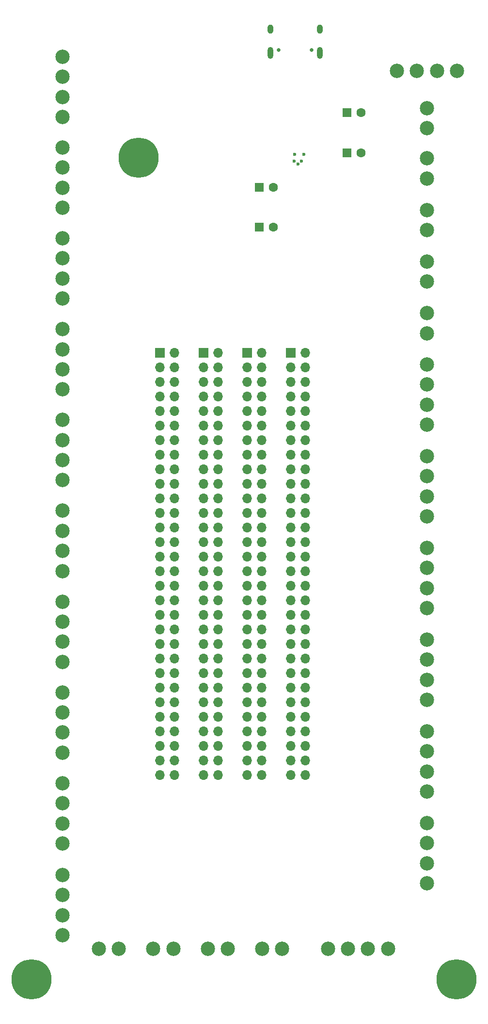
<source format=gbs>
%TF.GenerationSoftware,KiCad,Pcbnew,7.0.2*%
%TF.CreationDate,2023-05-23T23:28:36+01:00*%
%TF.ProjectId,kat_control_board,6b61745f-636f-46e7-9472-6f6c5f626f61,rev?*%
%TF.SameCoordinates,Original*%
%TF.FileFunction,Soldermask,Bot*%
%TF.FilePolarity,Negative*%
%FSLAX46Y46*%
G04 Gerber Fmt 4.6, Leading zero omitted, Abs format (unit mm)*
G04 Created by KiCad (PCBNEW 7.0.2) date 2023-05-23 23:28:36*
%MOMM*%
%LPD*%
G01*
G04 APERTURE LIST*
%ADD10C,2.500000*%
%ADD11R,1.700000X1.700000*%
%ADD12O,1.700000X1.700000*%
%ADD13C,0.800000*%
%ADD14C,7.000000*%
%ADD15C,0.650000*%
%ADD16O,1.000000X2.100000*%
%ADD17O,1.000000X1.600000*%
%ADD18R,1.600000X1.600000*%
%ADD19C,1.600000*%
%ADD20C,0.600000*%
G04 APERTURE END LIST*
D10*
X38900000Y-151250000D03*
X38900000Y-154750000D03*
X38900000Y-158250000D03*
X38900000Y-161750000D03*
X102600000Y-152700000D03*
X102600000Y-149200000D03*
X102600000Y-145700000D03*
X102600000Y-142200000D03*
D11*
X63500000Y-76200000D03*
D12*
X66040000Y-76200000D03*
X63500000Y-78740000D03*
X66040000Y-78740000D03*
X63500000Y-81280000D03*
X66040000Y-81280000D03*
X63500000Y-83820000D03*
X66040000Y-83820000D03*
X63500000Y-86360000D03*
X66040000Y-86360000D03*
X63500000Y-88900000D03*
X66040000Y-88900000D03*
X63500000Y-91440000D03*
X66040000Y-91440000D03*
X63500000Y-93980000D03*
X66040000Y-93980000D03*
X63500000Y-96520000D03*
X66040000Y-96520000D03*
X63500000Y-99060000D03*
X66040000Y-99060000D03*
X63500000Y-101600000D03*
X66040000Y-101600000D03*
X63500000Y-104140000D03*
X66040000Y-104140000D03*
X63500000Y-106680000D03*
X66040000Y-106680000D03*
X63500000Y-109220000D03*
X66040000Y-109220000D03*
X63500000Y-111760000D03*
X66040000Y-111760000D03*
X63500000Y-114300000D03*
X66040000Y-114300000D03*
X63500000Y-116840000D03*
X66040000Y-116840000D03*
X63500000Y-119380000D03*
X66040000Y-119380000D03*
X63500000Y-121920000D03*
X66040000Y-121920000D03*
X63500000Y-124460000D03*
X66040000Y-124460000D03*
X63500000Y-127000000D03*
X66040000Y-127000000D03*
X63500000Y-129540000D03*
X66040000Y-129540000D03*
X63500000Y-132080000D03*
X66040000Y-132080000D03*
X63500000Y-134620000D03*
X66040000Y-134620000D03*
X63500000Y-137160000D03*
X66040000Y-137160000D03*
X63500000Y-139700000D03*
X66040000Y-139700000D03*
X63500000Y-142240000D03*
X66040000Y-142240000D03*
X63500000Y-144780000D03*
X66040000Y-144780000D03*
X63500000Y-147320000D03*
X66040000Y-147320000D03*
X63500000Y-149860000D03*
X66040000Y-149860000D03*
D13*
X49518845Y-42143845D03*
X50287690Y-40287690D03*
X50287690Y-44000000D03*
X52143845Y-39518845D03*
D14*
X52143845Y-42143845D03*
D13*
X52143845Y-44768845D03*
X54000000Y-40287690D03*
X54000000Y-44000000D03*
X54768845Y-42143845D03*
D10*
X38900000Y-24500000D03*
X38900000Y-28000000D03*
X38900000Y-31500000D03*
X38900000Y-35000000D03*
D13*
X30875000Y-185500000D03*
X31643845Y-183643845D03*
X31643845Y-187356155D03*
X33500000Y-182875000D03*
D14*
X33500000Y-185500000D03*
D13*
X33500000Y-188125000D03*
X35356155Y-183643845D03*
X35356155Y-187356155D03*
X36125000Y-185500000D03*
D10*
X38900000Y-56187500D03*
X38900000Y-59687500D03*
X38900000Y-63187500D03*
X38900000Y-66687500D03*
X38900000Y-103718750D03*
X38900000Y-107218750D03*
X38900000Y-110718750D03*
X38900000Y-114218750D03*
X38900000Y-87875000D03*
X38900000Y-91375000D03*
X38900000Y-94875000D03*
X38900000Y-98375000D03*
X38900000Y-135406250D03*
X38900000Y-138906250D03*
X38900000Y-142406250D03*
X38900000Y-145906250D03*
X102600000Y-45750000D03*
X102600000Y-42250000D03*
X54750000Y-180100000D03*
X58250000Y-180100000D03*
D15*
X82390000Y-23305000D03*
X76610000Y-23305000D03*
D16*
X83820000Y-23835000D03*
D17*
X83820000Y-19655000D03*
D16*
X75180000Y-23835000D03*
D17*
X75180000Y-19655000D03*
D11*
X71120000Y-76200000D03*
D12*
X73660000Y-76200000D03*
X71120000Y-78740000D03*
X73660000Y-78740000D03*
X71120000Y-81280000D03*
X73660000Y-81280000D03*
X71120000Y-83820000D03*
X73660000Y-83820000D03*
X71120000Y-86360000D03*
X73660000Y-86360000D03*
X71120000Y-88900000D03*
X73660000Y-88900000D03*
X71120000Y-91440000D03*
X73660000Y-91440000D03*
X71120000Y-93980000D03*
X73660000Y-93980000D03*
X71120000Y-96520000D03*
X73660000Y-96520000D03*
X71120000Y-99060000D03*
X73660000Y-99060000D03*
X71120000Y-101600000D03*
X73660000Y-101600000D03*
X71120000Y-104140000D03*
X73660000Y-104140000D03*
X71120000Y-106680000D03*
X73660000Y-106680000D03*
X71120000Y-109220000D03*
X73660000Y-109220000D03*
X71120000Y-111760000D03*
X73660000Y-111760000D03*
X71120000Y-114300000D03*
X73660000Y-114300000D03*
X71120000Y-116840000D03*
X73660000Y-116840000D03*
X71120000Y-119380000D03*
X73660000Y-119380000D03*
X71120000Y-121920000D03*
X73660000Y-121920000D03*
X71120000Y-124460000D03*
X73660000Y-124460000D03*
X71120000Y-127000000D03*
X73660000Y-127000000D03*
X71120000Y-129540000D03*
X73660000Y-129540000D03*
X71120000Y-132080000D03*
X73660000Y-132080000D03*
X71120000Y-134620000D03*
X73660000Y-134620000D03*
X71120000Y-137160000D03*
X73660000Y-137160000D03*
X71120000Y-139700000D03*
X73660000Y-139700000D03*
X71120000Y-142240000D03*
X73660000Y-142240000D03*
X71120000Y-144780000D03*
X73660000Y-144780000D03*
X71120000Y-147320000D03*
X73660000Y-147320000D03*
X71120000Y-149860000D03*
X73660000Y-149860000D03*
D18*
X73250000Y-54250000D03*
D19*
X75750000Y-54250000D03*
D10*
X102600000Y-72750000D03*
X102600000Y-69250000D03*
X102600000Y-120700000D03*
X102600000Y-117200000D03*
X102600000Y-113700000D03*
X102600000Y-110200000D03*
D20*
X81052500Y-41505000D03*
X79407500Y-41515000D03*
X79357500Y-42715000D03*
X80042500Y-43200000D03*
X80667500Y-42705000D03*
D10*
X102600000Y-63750000D03*
X102600000Y-60250000D03*
X102600000Y-104700000D03*
X102600000Y-101200000D03*
X102600000Y-97700000D03*
X102600000Y-94200000D03*
D18*
X88567621Y-34250000D03*
D19*
X91067621Y-34250000D03*
D10*
X102600000Y-37000000D03*
X102600000Y-33500000D03*
D13*
X105125000Y-185500000D03*
X105893845Y-183643845D03*
X105893845Y-187356155D03*
X107750000Y-182875000D03*
D14*
X107750000Y-185500000D03*
D13*
X107750000Y-188125000D03*
X109606155Y-183643845D03*
X109606155Y-187356155D03*
X110375000Y-185500000D03*
D10*
X102600000Y-168700000D03*
X102600000Y-165200000D03*
X102600000Y-161700000D03*
X102600000Y-158200000D03*
X102600000Y-88700000D03*
X102600000Y-85200000D03*
X102600000Y-81700000D03*
X102600000Y-78200000D03*
X38900000Y-119562500D03*
X38900000Y-123062500D03*
X38900000Y-126562500D03*
X38900000Y-130062500D03*
D11*
X55880000Y-76200000D03*
D12*
X58420000Y-76200000D03*
X55880000Y-78740000D03*
X58420000Y-78740000D03*
X55880000Y-81280000D03*
X58420000Y-81280000D03*
X55880000Y-83820000D03*
X58420000Y-83820000D03*
X55880000Y-86360000D03*
X58420000Y-86360000D03*
X55880000Y-88900000D03*
X58420000Y-88900000D03*
X55880000Y-91440000D03*
X58420000Y-91440000D03*
X55880000Y-93980000D03*
X58420000Y-93980000D03*
X55880000Y-96520000D03*
X58420000Y-96520000D03*
X55880000Y-99060000D03*
X58420000Y-99060000D03*
X55880000Y-101600000D03*
X58420000Y-101600000D03*
X55880000Y-104140000D03*
X58420000Y-104140000D03*
X55880000Y-106680000D03*
X58420000Y-106680000D03*
X55880000Y-109220000D03*
X58420000Y-109220000D03*
X55880000Y-111760000D03*
X58420000Y-111760000D03*
X55880000Y-114300000D03*
X58420000Y-114300000D03*
X55880000Y-116840000D03*
X58420000Y-116840000D03*
X55880000Y-119380000D03*
X58420000Y-119380000D03*
X55880000Y-121920000D03*
X58420000Y-121920000D03*
X55880000Y-124460000D03*
X58420000Y-124460000D03*
X55880000Y-127000000D03*
X58420000Y-127000000D03*
X55880000Y-129540000D03*
X58420000Y-129540000D03*
X55880000Y-132080000D03*
X58420000Y-132080000D03*
X55880000Y-134620000D03*
X58420000Y-134620000D03*
X55880000Y-137160000D03*
X58420000Y-137160000D03*
X55880000Y-139700000D03*
X58420000Y-139700000D03*
X55880000Y-142240000D03*
X58420000Y-142240000D03*
X55880000Y-144780000D03*
X58420000Y-144780000D03*
X55880000Y-147320000D03*
X58420000Y-147320000D03*
X55880000Y-149860000D03*
X58420000Y-149860000D03*
D10*
X73750000Y-180100000D03*
X77250000Y-180100000D03*
X102600000Y-136700000D03*
X102600000Y-133200000D03*
X102600000Y-129700000D03*
X102600000Y-126200000D03*
X64250000Y-180100000D03*
X67750000Y-180100000D03*
X102600000Y-54750000D03*
X102600000Y-51250000D03*
X38900000Y-72031250D03*
X38900000Y-75531250D03*
X38900000Y-79031250D03*
X38900000Y-82531250D03*
D11*
X78740000Y-76200000D03*
D12*
X81280000Y-76200000D03*
X78740000Y-78740000D03*
X81280000Y-78740000D03*
X78740000Y-81280000D03*
X81280000Y-81280000D03*
X78740000Y-83820000D03*
X81280000Y-83820000D03*
X78740000Y-86360000D03*
X81280000Y-86360000D03*
X78740000Y-88900000D03*
X81280000Y-88900000D03*
X78740000Y-91440000D03*
X81280000Y-91440000D03*
X78740000Y-93980000D03*
X81280000Y-93980000D03*
X78740000Y-96520000D03*
X81280000Y-96520000D03*
X78740000Y-99060000D03*
X81280000Y-99060000D03*
X78740000Y-101600000D03*
X81280000Y-101600000D03*
X78740000Y-104140000D03*
X81280000Y-104140000D03*
X78740000Y-106680000D03*
X81280000Y-106680000D03*
X78740000Y-109220000D03*
X81280000Y-109220000D03*
X78740000Y-111760000D03*
X81280000Y-111760000D03*
X78740000Y-114300000D03*
X81280000Y-114300000D03*
X78740000Y-116840000D03*
X81280000Y-116840000D03*
X78740000Y-119380000D03*
X81280000Y-119380000D03*
X78740000Y-121920000D03*
X81280000Y-121920000D03*
X78740000Y-124460000D03*
X81280000Y-124460000D03*
X78740000Y-127000000D03*
X81280000Y-127000000D03*
X78740000Y-129540000D03*
X81280000Y-129540000D03*
X78740000Y-132080000D03*
X81280000Y-132080000D03*
X78740000Y-134620000D03*
X81280000Y-134620000D03*
X78740000Y-137160000D03*
X81280000Y-137160000D03*
X78740000Y-139700000D03*
X81280000Y-139700000D03*
X78740000Y-142240000D03*
X81280000Y-142240000D03*
X78740000Y-144780000D03*
X81280000Y-144780000D03*
X78740000Y-147320000D03*
X81280000Y-147320000D03*
X78740000Y-149860000D03*
X81280000Y-149860000D03*
D10*
X107800000Y-27000000D03*
X104300000Y-27000000D03*
X100800000Y-27000000D03*
X97300000Y-27000000D03*
D18*
X73250000Y-47250000D03*
D19*
X75750000Y-47250000D03*
D10*
X38900000Y-40343750D03*
X38900000Y-43843750D03*
X38900000Y-47343750D03*
X38900000Y-50843750D03*
X38900000Y-167250000D03*
X38900000Y-170750000D03*
X38900000Y-174250000D03*
X38900000Y-177750000D03*
D18*
X88567621Y-41250000D03*
D19*
X91067621Y-41250000D03*
D10*
X85250000Y-180100000D03*
X88750000Y-180100000D03*
X92250000Y-180100000D03*
X95750000Y-180100000D03*
X45219166Y-180100000D03*
X48719166Y-180100000D03*
M02*

</source>
